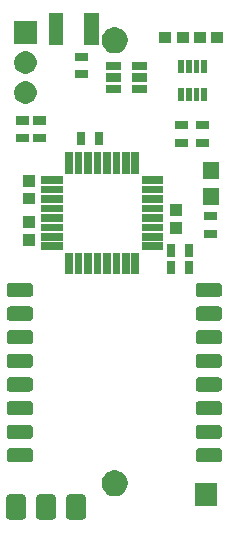
<source format=gbr>
G04 #@! TF.GenerationSoftware,KiCad,Pcbnew,(5.1.5)-3*
G04 #@! TF.CreationDate,2020-01-09T06:37:15+01:00*
G04 #@! TF.ProjectId,LoraTrigger,4c6f7261-5472-4696-9767-65722e6b6963,rev?*
G04 #@! TF.SameCoordinates,Original*
G04 #@! TF.FileFunction,Soldermask,Top*
G04 #@! TF.FilePolarity,Negative*
%FSLAX46Y46*%
G04 Gerber Fmt 4.6, Leading zero omitted, Abs format (unit mm)*
G04 Created by KiCad (PCBNEW (5.1.5)-3) date 2020-01-09 06:37:15*
%MOMM*%
%LPD*%
G04 APERTURE LIST*
%ADD10C,0.100000*%
G04 APERTURE END LIST*
D10*
G36*
X105717988Y-80459923D02*
G01*
X105792980Y-80482671D01*
X105862093Y-80519614D01*
X105922671Y-80569329D01*
X105972386Y-80629907D01*
X106009329Y-80699020D01*
X106032077Y-80774012D01*
X106040000Y-80854454D01*
X106040000Y-82249546D01*
X106032077Y-82329988D01*
X106009329Y-82404980D01*
X105972386Y-82474093D01*
X105922671Y-82534671D01*
X105862093Y-82584386D01*
X105792980Y-82621329D01*
X105717988Y-82644077D01*
X105637546Y-82652000D01*
X104742454Y-82652000D01*
X104662012Y-82644077D01*
X104587020Y-82621329D01*
X104517907Y-82584386D01*
X104457329Y-82534671D01*
X104407614Y-82474093D01*
X104370671Y-82404980D01*
X104347923Y-82329988D01*
X104340000Y-82249546D01*
X104340000Y-80854454D01*
X104347923Y-80774012D01*
X104370671Y-80699020D01*
X104407614Y-80629907D01*
X104457329Y-80569329D01*
X104517907Y-80519614D01*
X104587020Y-80482671D01*
X104662012Y-80459923D01*
X104742454Y-80452000D01*
X105637546Y-80452000D01*
X105717988Y-80459923D01*
G37*
G36*
X103177988Y-80459923D02*
G01*
X103252980Y-80482671D01*
X103322093Y-80519614D01*
X103382671Y-80569329D01*
X103432386Y-80629907D01*
X103469329Y-80699020D01*
X103492077Y-80774012D01*
X103500000Y-80854454D01*
X103500000Y-82249546D01*
X103492077Y-82329988D01*
X103469329Y-82404980D01*
X103432386Y-82474093D01*
X103382671Y-82534671D01*
X103322093Y-82584386D01*
X103252980Y-82621329D01*
X103177988Y-82644077D01*
X103097546Y-82652000D01*
X102202454Y-82652000D01*
X102122012Y-82644077D01*
X102047020Y-82621329D01*
X101977907Y-82584386D01*
X101917329Y-82534671D01*
X101867614Y-82474093D01*
X101830671Y-82404980D01*
X101807923Y-82329988D01*
X101800000Y-82249546D01*
X101800000Y-80854454D01*
X101807923Y-80774012D01*
X101830671Y-80699020D01*
X101867614Y-80629907D01*
X101917329Y-80569329D01*
X101977907Y-80519614D01*
X102047020Y-80482671D01*
X102122012Y-80459923D01*
X102202454Y-80452000D01*
X103097546Y-80452000D01*
X103177988Y-80459923D01*
G37*
G36*
X100637988Y-80459923D02*
G01*
X100712980Y-80482671D01*
X100782093Y-80519614D01*
X100842671Y-80569329D01*
X100892386Y-80629907D01*
X100929329Y-80699020D01*
X100952077Y-80774012D01*
X100960000Y-80854454D01*
X100960000Y-82249546D01*
X100952077Y-82329988D01*
X100929329Y-82404980D01*
X100892386Y-82474093D01*
X100842671Y-82534671D01*
X100782093Y-82584386D01*
X100712980Y-82621329D01*
X100637988Y-82644077D01*
X100557546Y-82652000D01*
X99662454Y-82652000D01*
X99582012Y-82644077D01*
X99507020Y-82621329D01*
X99437907Y-82584386D01*
X99377329Y-82534671D01*
X99327614Y-82474093D01*
X99290671Y-82404980D01*
X99267923Y-82329988D01*
X99260000Y-82249546D01*
X99260000Y-80854454D01*
X99267923Y-80774012D01*
X99290671Y-80699020D01*
X99327614Y-80629907D01*
X99377329Y-80569329D01*
X99437907Y-80519614D01*
X99507020Y-80482671D01*
X99582012Y-80459923D01*
X99662454Y-80452000D01*
X100557546Y-80452000D01*
X100637988Y-80459923D01*
G37*
G36*
X117155000Y-81468000D02*
G01*
X115255000Y-81468000D01*
X115255000Y-79568000D01*
X117155000Y-79568000D01*
X117155000Y-81468000D01*
G37*
G36*
X108770856Y-78492272D02*
G01*
X108971044Y-78575192D01*
X108971045Y-78575193D01*
X109151209Y-78695575D01*
X109304425Y-78848791D01*
X109304426Y-78848793D01*
X109424808Y-79028956D01*
X109507728Y-79229144D01*
X109550000Y-79441658D01*
X109550000Y-79658342D01*
X109507728Y-79870856D01*
X109424808Y-80071044D01*
X109424807Y-80071045D01*
X109304425Y-80251209D01*
X109151209Y-80404425D01*
X109080008Y-80452000D01*
X108971044Y-80524808D01*
X108770856Y-80607728D01*
X108558342Y-80650000D01*
X108341658Y-80650000D01*
X108129144Y-80607728D01*
X107928956Y-80524808D01*
X107819992Y-80452000D01*
X107748791Y-80404425D01*
X107595575Y-80251209D01*
X107475193Y-80071045D01*
X107475192Y-80071044D01*
X107392272Y-79870856D01*
X107350000Y-79658342D01*
X107350000Y-79441658D01*
X107392272Y-79229144D01*
X107475192Y-79028956D01*
X107595574Y-78848793D01*
X107595575Y-78848791D01*
X107748791Y-78695575D01*
X107928955Y-78575193D01*
X107928956Y-78575192D01*
X108129144Y-78492272D01*
X108341658Y-78450000D01*
X108558342Y-78450000D01*
X108770856Y-78492272D01*
G37*
G36*
X101304602Y-76605521D02*
G01*
X101356147Y-76621157D01*
X101403645Y-76646545D01*
X101445283Y-76680717D01*
X101479455Y-76722355D01*
X101504843Y-76769853D01*
X101520479Y-76821398D01*
X101526000Y-76877454D01*
X101526000Y-77522546D01*
X101520479Y-77578602D01*
X101504843Y-77630147D01*
X101479455Y-77677645D01*
X101445283Y-77719283D01*
X101403645Y-77753455D01*
X101356147Y-77778843D01*
X101304602Y-77794479D01*
X101248546Y-77800000D01*
X99603454Y-77800000D01*
X99547398Y-77794479D01*
X99495853Y-77778843D01*
X99448355Y-77753455D01*
X99406717Y-77719283D01*
X99372545Y-77677645D01*
X99347157Y-77630147D01*
X99331521Y-77578602D01*
X99326000Y-77522546D01*
X99326000Y-76877454D01*
X99331521Y-76821398D01*
X99347157Y-76769853D01*
X99372545Y-76722355D01*
X99406717Y-76680717D01*
X99448355Y-76646545D01*
X99495853Y-76621157D01*
X99547398Y-76605521D01*
X99603454Y-76600000D01*
X101248546Y-76600000D01*
X101304602Y-76605521D01*
G37*
G36*
X117304602Y-76605521D02*
G01*
X117356147Y-76621157D01*
X117403645Y-76646545D01*
X117445283Y-76680717D01*
X117479455Y-76722355D01*
X117504843Y-76769853D01*
X117520479Y-76821398D01*
X117526000Y-76877454D01*
X117526000Y-77522546D01*
X117520479Y-77578602D01*
X117504843Y-77630147D01*
X117479455Y-77677645D01*
X117445283Y-77719283D01*
X117403645Y-77753455D01*
X117356147Y-77778843D01*
X117304602Y-77794479D01*
X117248546Y-77800000D01*
X115603454Y-77800000D01*
X115547398Y-77794479D01*
X115495853Y-77778843D01*
X115448355Y-77753455D01*
X115406717Y-77719283D01*
X115372545Y-77677645D01*
X115347157Y-77630147D01*
X115331521Y-77578602D01*
X115326000Y-77522546D01*
X115326000Y-76877454D01*
X115331521Y-76821398D01*
X115347157Y-76769853D01*
X115372545Y-76722355D01*
X115406717Y-76680717D01*
X115448355Y-76646545D01*
X115495853Y-76621157D01*
X115547398Y-76605521D01*
X115603454Y-76600000D01*
X117248546Y-76600000D01*
X117304602Y-76605521D01*
G37*
G36*
X101304602Y-74605521D02*
G01*
X101356147Y-74621157D01*
X101403645Y-74646545D01*
X101445283Y-74680717D01*
X101479455Y-74722355D01*
X101504843Y-74769853D01*
X101520479Y-74821398D01*
X101526000Y-74877454D01*
X101526000Y-75522546D01*
X101520479Y-75578602D01*
X101504843Y-75630147D01*
X101479455Y-75677645D01*
X101445283Y-75719283D01*
X101403645Y-75753455D01*
X101356147Y-75778843D01*
X101304602Y-75794479D01*
X101248546Y-75800000D01*
X99603454Y-75800000D01*
X99547398Y-75794479D01*
X99495853Y-75778843D01*
X99448355Y-75753455D01*
X99406717Y-75719283D01*
X99372545Y-75677645D01*
X99347157Y-75630147D01*
X99331521Y-75578602D01*
X99326000Y-75522546D01*
X99326000Y-74877454D01*
X99331521Y-74821398D01*
X99347157Y-74769853D01*
X99372545Y-74722355D01*
X99406717Y-74680717D01*
X99448355Y-74646545D01*
X99495853Y-74621157D01*
X99547398Y-74605521D01*
X99603454Y-74600000D01*
X101248546Y-74600000D01*
X101304602Y-74605521D01*
G37*
G36*
X117304602Y-74605521D02*
G01*
X117356147Y-74621157D01*
X117403645Y-74646545D01*
X117445283Y-74680717D01*
X117479455Y-74722355D01*
X117504843Y-74769853D01*
X117520479Y-74821398D01*
X117526000Y-74877454D01*
X117526000Y-75522546D01*
X117520479Y-75578602D01*
X117504843Y-75630147D01*
X117479455Y-75677645D01*
X117445283Y-75719283D01*
X117403645Y-75753455D01*
X117356147Y-75778843D01*
X117304602Y-75794479D01*
X117248546Y-75800000D01*
X115603454Y-75800000D01*
X115547398Y-75794479D01*
X115495853Y-75778843D01*
X115448355Y-75753455D01*
X115406717Y-75719283D01*
X115372545Y-75677645D01*
X115347157Y-75630147D01*
X115331521Y-75578602D01*
X115326000Y-75522546D01*
X115326000Y-74877454D01*
X115331521Y-74821398D01*
X115347157Y-74769853D01*
X115372545Y-74722355D01*
X115406717Y-74680717D01*
X115448355Y-74646545D01*
X115495853Y-74621157D01*
X115547398Y-74605521D01*
X115603454Y-74600000D01*
X117248546Y-74600000D01*
X117304602Y-74605521D01*
G37*
G36*
X101304602Y-72605521D02*
G01*
X101356147Y-72621157D01*
X101403645Y-72646545D01*
X101445283Y-72680717D01*
X101479455Y-72722355D01*
X101504843Y-72769853D01*
X101520479Y-72821398D01*
X101526000Y-72877454D01*
X101526000Y-73522546D01*
X101520479Y-73578602D01*
X101504843Y-73630147D01*
X101479455Y-73677645D01*
X101445283Y-73719283D01*
X101403645Y-73753455D01*
X101356147Y-73778843D01*
X101304602Y-73794479D01*
X101248546Y-73800000D01*
X99603454Y-73800000D01*
X99547398Y-73794479D01*
X99495853Y-73778843D01*
X99448355Y-73753455D01*
X99406717Y-73719283D01*
X99372545Y-73677645D01*
X99347157Y-73630147D01*
X99331521Y-73578602D01*
X99326000Y-73522546D01*
X99326000Y-72877454D01*
X99331521Y-72821398D01*
X99347157Y-72769853D01*
X99372545Y-72722355D01*
X99406717Y-72680717D01*
X99448355Y-72646545D01*
X99495853Y-72621157D01*
X99547398Y-72605521D01*
X99603454Y-72600000D01*
X101248546Y-72600000D01*
X101304602Y-72605521D01*
G37*
G36*
X117304602Y-72605521D02*
G01*
X117356147Y-72621157D01*
X117403645Y-72646545D01*
X117445283Y-72680717D01*
X117479455Y-72722355D01*
X117504843Y-72769853D01*
X117520479Y-72821398D01*
X117526000Y-72877454D01*
X117526000Y-73522546D01*
X117520479Y-73578602D01*
X117504843Y-73630147D01*
X117479455Y-73677645D01*
X117445283Y-73719283D01*
X117403645Y-73753455D01*
X117356147Y-73778843D01*
X117304602Y-73794479D01*
X117248546Y-73800000D01*
X115603454Y-73800000D01*
X115547398Y-73794479D01*
X115495853Y-73778843D01*
X115448355Y-73753455D01*
X115406717Y-73719283D01*
X115372545Y-73677645D01*
X115347157Y-73630147D01*
X115331521Y-73578602D01*
X115326000Y-73522546D01*
X115326000Y-72877454D01*
X115331521Y-72821398D01*
X115347157Y-72769853D01*
X115372545Y-72722355D01*
X115406717Y-72680717D01*
X115448355Y-72646545D01*
X115495853Y-72621157D01*
X115547398Y-72605521D01*
X115603454Y-72600000D01*
X117248546Y-72600000D01*
X117304602Y-72605521D01*
G37*
G36*
X101304602Y-70605521D02*
G01*
X101356147Y-70621157D01*
X101403645Y-70646545D01*
X101445283Y-70680717D01*
X101479455Y-70722355D01*
X101504843Y-70769853D01*
X101520479Y-70821398D01*
X101526000Y-70877454D01*
X101526000Y-71522546D01*
X101520479Y-71578602D01*
X101504843Y-71630147D01*
X101479455Y-71677645D01*
X101445283Y-71719283D01*
X101403645Y-71753455D01*
X101356147Y-71778843D01*
X101304602Y-71794479D01*
X101248546Y-71800000D01*
X99603454Y-71800000D01*
X99547398Y-71794479D01*
X99495853Y-71778843D01*
X99448355Y-71753455D01*
X99406717Y-71719283D01*
X99372545Y-71677645D01*
X99347157Y-71630147D01*
X99331521Y-71578602D01*
X99326000Y-71522546D01*
X99326000Y-70877454D01*
X99331521Y-70821398D01*
X99347157Y-70769853D01*
X99372545Y-70722355D01*
X99406717Y-70680717D01*
X99448355Y-70646545D01*
X99495853Y-70621157D01*
X99547398Y-70605521D01*
X99603454Y-70600000D01*
X101248546Y-70600000D01*
X101304602Y-70605521D01*
G37*
G36*
X117304602Y-70605521D02*
G01*
X117356147Y-70621157D01*
X117403645Y-70646545D01*
X117445283Y-70680717D01*
X117479455Y-70722355D01*
X117504843Y-70769853D01*
X117520479Y-70821398D01*
X117526000Y-70877454D01*
X117526000Y-71522546D01*
X117520479Y-71578602D01*
X117504843Y-71630147D01*
X117479455Y-71677645D01*
X117445283Y-71719283D01*
X117403645Y-71753455D01*
X117356147Y-71778843D01*
X117304602Y-71794479D01*
X117248546Y-71800000D01*
X115603454Y-71800000D01*
X115547398Y-71794479D01*
X115495853Y-71778843D01*
X115448355Y-71753455D01*
X115406717Y-71719283D01*
X115372545Y-71677645D01*
X115347157Y-71630147D01*
X115331521Y-71578602D01*
X115326000Y-71522546D01*
X115326000Y-70877454D01*
X115331521Y-70821398D01*
X115347157Y-70769853D01*
X115372545Y-70722355D01*
X115406717Y-70680717D01*
X115448355Y-70646545D01*
X115495853Y-70621157D01*
X115547398Y-70605521D01*
X115603454Y-70600000D01*
X117248546Y-70600000D01*
X117304602Y-70605521D01*
G37*
G36*
X101304602Y-68605521D02*
G01*
X101356147Y-68621157D01*
X101403645Y-68646545D01*
X101445283Y-68680717D01*
X101479455Y-68722355D01*
X101504843Y-68769853D01*
X101520479Y-68821398D01*
X101526000Y-68877454D01*
X101526000Y-69522546D01*
X101520479Y-69578602D01*
X101504843Y-69630147D01*
X101479455Y-69677645D01*
X101445283Y-69719283D01*
X101403645Y-69753455D01*
X101356147Y-69778843D01*
X101304602Y-69794479D01*
X101248546Y-69800000D01*
X99603454Y-69800000D01*
X99547398Y-69794479D01*
X99495853Y-69778843D01*
X99448355Y-69753455D01*
X99406717Y-69719283D01*
X99372545Y-69677645D01*
X99347157Y-69630147D01*
X99331521Y-69578602D01*
X99326000Y-69522546D01*
X99326000Y-68877454D01*
X99331521Y-68821398D01*
X99347157Y-68769853D01*
X99372545Y-68722355D01*
X99406717Y-68680717D01*
X99448355Y-68646545D01*
X99495853Y-68621157D01*
X99547398Y-68605521D01*
X99603454Y-68600000D01*
X101248546Y-68600000D01*
X101304602Y-68605521D01*
G37*
G36*
X117304602Y-68605521D02*
G01*
X117356147Y-68621157D01*
X117403645Y-68646545D01*
X117445283Y-68680717D01*
X117479455Y-68722355D01*
X117504843Y-68769853D01*
X117520479Y-68821398D01*
X117526000Y-68877454D01*
X117526000Y-69522546D01*
X117520479Y-69578602D01*
X117504843Y-69630147D01*
X117479455Y-69677645D01*
X117445283Y-69719283D01*
X117403645Y-69753455D01*
X117356147Y-69778843D01*
X117304602Y-69794479D01*
X117248546Y-69800000D01*
X115603454Y-69800000D01*
X115547398Y-69794479D01*
X115495853Y-69778843D01*
X115448355Y-69753455D01*
X115406717Y-69719283D01*
X115372545Y-69677645D01*
X115347157Y-69630147D01*
X115331521Y-69578602D01*
X115326000Y-69522546D01*
X115326000Y-68877454D01*
X115331521Y-68821398D01*
X115347157Y-68769853D01*
X115372545Y-68722355D01*
X115406717Y-68680717D01*
X115448355Y-68646545D01*
X115495853Y-68621157D01*
X115547398Y-68605521D01*
X115603454Y-68600000D01*
X117248546Y-68600000D01*
X117304602Y-68605521D01*
G37*
G36*
X117304602Y-66605521D02*
G01*
X117356147Y-66621157D01*
X117403645Y-66646545D01*
X117445283Y-66680717D01*
X117479455Y-66722355D01*
X117504843Y-66769853D01*
X117520479Y-66821398D01*
X117526000Y-66877454D01*
X117526000Y-67522546D01*
X117520479Y-67578602D01*
X117504843Y-67630147D01*
X117479455Y-67677645D01*
X117445283Y-67719283D01*
X117403645Y-67753455D01*
X117356147Y-67778843D01*
X117304602Y-67794479D01*
X117248546Y-67800000D01*
X115603454Y-67800000D01*
X115547398Y-67794479D01*
X115495853Y-67778843D01*
X115448355Y-67753455D01*
X115406717Y-67719283D01*
X115372545Y-67677645D01*
X115347157Y-67630147D01*
X115331521Y-67578602D01*
X115326000Y-67522546D01*
X115326000Y-66877454D01*
X115331521Y-66821398D01*
X115347157Y-66769853D01*
X115372545Y-66722355D01*
X115406717Y-66680717D01*
X115448355Y-66646545D01*
X115495853Y-66621157D01*
X115547398Y-66605521D01*
X115603454Y-66600000D01*
X117248546Y-66600000D01*
X117304602Y-66605521D01*
G37*
G36*
X101304602Y-66605521D02*
G01*
X101356147Y-66621157D01*
X101403645Y-66646545D01*
X101445283Y-66680717D01*
X101479455Y-66722355D01*
X101504843Y-66769853D01*
X101520479Y-66821398D01*
X101526000Y-66877454D01*
X101526000Y-67522546D01*
X101520479Y-67578602D01*
X101504843Y-67630147D01*
X101479455Y-67677645D01*
X101445283Y-67719283D01*
X101403645Y-67753455D01*
X101356147Y-67778843D01*
X101304602Y-67794479D01*
X101248546Y-67800000D01*
X99603454Y-67800000D01*
X99547398Y-67794479D01*
X99495853Y-67778843D01*
X99448355Y-67753455D01*
X99406717Y-67719283D01*
X99372545Y-67677645D01*
X99347157Y-67630147D01*
X99331521Y-67578602D01*
X99326000Y-67522546D01*
X99326000Y-66877454D01*
X99331521Y-66821398D01*
X99347157Y-66769853D01*
X99372545Y-66722355D01*
X99406717Y-66680717D01*
X99448355Y-66646545D01*
X99495853Y-66621157D01*
X99547398Y-66605521D01*
X99603454Y-66600000D01*
X101248546Y-66600000D01*
X101304602Y-66605521D01*
G37*
G36*
X101304602Y-64605521D02*
G01*
X101356147Y-64621157D01*
X101403645Y-64646545D01*
X101445283Y-64680717D01*
X101479455Y-64722355D01*
X101504843Y-64769853D01*
X101520479Y-64821398D01*
X101526000Y-64877454D01*
X101526000Y-65522546D01*
X101520479Y-65578602D01*
X101504843Y-65630147D01*
X101479455Y-65677645D01*
X101445283Y-65719283D01*
X101403645Y-65753455D01*
X101356147Y-65778843D01*
X101304602Y-65794479D01*
X101248546Y-65800000D01*
X99603454Y-65800000D01*
X99547398Y-65794479D01*
X99495853Y-65778843D01*
X99448355Y-65753455D01*
X99406717Y-65719283D01*
X99372545Y-65677645D01*
X99347157Y-65630147D01*
X99331521Y-65578602D01*
X99326000Y-65522546D01*
X99326000Y-64877454D01*
X99331521Y-64821398D01*
X99347157Y-64769853D01*
X99372545Y-64722355D01*
X99406717Y-64680717D01*
X99448355Y-64646545D01*
X99495853Y-64621157D01*
X99547398Y-64605521D01*
X99603454Y-64600000D01*
X101248546Y-64600000D01*
X101304602Y-64605521D01*
G37*
G36*
X117304602Y-64605521D02*
G01*
X117356147Y-64621157D01*
X117403645Y-64646545D01*
X117445283Y-64680717D01*
X117479455Y-64722355D01*
X117504843Y-64769853D01*
X117520479Y-64821398D01*
X117526000Y-64877454D01*
X117526000Y-65522546D01*
X117520479Y-65578602D01*
X117504843Y-65630147D01*
X117479455Y-65677645D01*
X117445283Y-65719283D01*
X117403645Y-65753455D01*
X117356147Y-65778843D01*
X117304602Y-65794479D01*
X117248546Y-65800000D01*
X115603454Y-65800000D01*
X115547398Y-65794479D01*
X115495853Y-65778843D01*
X115448355Y-65753455D01*
X115406717Y-65719283D01*
X115372545Y-65677645D01*
X115347157Y-65630147D01*
X115331521Y-65578602D01*
X115326000Y-65522546D01*
X115326000Y-64877454D01*
X115331521Y-64821398D01*
X115347157Y-64769853D01*
X115372545Y-64722355D01*
X115406717Y-64680717D01*
X115448355Y-64646545D01*
X115495853Y-64621157D01*
X115547398Y-64605521D01*
X115603454Y-64600000D01*
X117248546Y-64600000D01*
X117304602Y-64605521D01*
G37*
G36*
X101304602Y-62605521D02*
G01*
X101356147Y-62621157D01*
X101403645Y-62646545D01*
X101445283Y-62680717D01*
X101479455Y-62722355D01*
X101504843Y-62769853D01*
X101520479Y-62821398D01*
X101526000Y-62877454D01*
X101526000Y-63522546D01*
X101520479Y-63578602D01*
X101504843Y-63630147D01*
X101479455Y-63677645D01*
X101445283Y-63719283D01*
X101403645Y-63753455D01*
X101356147Y-63778843D01*
X101304602Y-63794479D01*
X101248546Y-63800000D01*
X99603454Y-63800000D01*
X99547398Y-63794479D01*
X99495853Y-63778843D01*
X99448355Y-63753455D01*
X99406717Y-63719283D01*
X99372545Y-63677645D01*
X99347157Y-63630147D01*
X99331521Y-63578602D01*
X99326000Y-63522546D01*
X99326000Y-62877454D01*
X99331521Y-62821398D01*
X99347157Y-62769853D01*
X99372545Y-62722355D01*
X99406717Y-62680717D01*
X99448355Y-62646545D01*
X99495853Y-62621157D01*
X99547398Y-62605521D01*
X99603454Y-62600000D01*
X101248546Y-62600000D01*
X101304602Y-62605521D01*
G37*
G36*
X117304602Y-62605521D02*
G01*
X117356147Y-62621157D01*
X117403645Y-62646545D01*
X117445283Y-62680717D01*
X117479455Y-62722355D01*
X117504843Y-62769853D01*
X117520479Y-62821398D01*
X117526000Y-62877454D01*
X117526000Y-63522546D01*
X117520479Y-63578602D01*
X117504843Y-63630147D01*
X117479455Y-63677645D01*
X117445283Y-63719283D01*
X117403645Y-63753455D01*
X117356147Y-63778843D01*
X117304602Y-63794479D01*
X117248546Y-63800000D01*
X115603454Y-63800000D01*
X115547398Y-63794479D01*
X115495853Y-63778843D01*
X115448355Y-63753455D01*
X115406717Y-63719283D01*
X115372545Y-63677645D01*
X115347157Y-63630147D01*
X115331521Y-63578602D01*
X115326000Y-63522546D01*
X115326000Y-62877454D01*
X115331521Y-62821398D01*
X115347157Y-62769853D01*
X115372545Y-62722355D01*
X115406717Y-62680717D01*
X115448355Y-62646545D01*
X115495853Y-62621157D01*
X115547398Y-62605521D01*
X115603454Y-62600000D01*
X117248546Y-62600000D01*
X117304602Y-62605521D01*
G37*
G36*
X105725000Y-61850000D02*
G01*
X105075000Y-61850000D01*
X105075000Y-60050000D01*
X105725000Y-60050000D01*
X105725000Y-61850000D01*
G37*
G36*
X115100000Y-61850000D02*
G01*
X114400000Y-61850000D01*
X114400000Y-60750000D01*
X115100000Y-60750000D01*
X115100000Y-61850000D01*
G37*
G36*
X113600000Y-61850000D02*
G01*
X112900000Y-61850000D01*
X112900000Y-60750000D01*
X113600000Y-60750000D01*
X113600000Y-61850000D01*
G37*
G36*
X104925000Y-61850000D02*
G01*
X104275000Y-61850000D01*
X104275000Y-60050000D01*
X104925000Y-60050000D01*
X104925000Y-61850000D01*
G37*
G36*
X106525000Y-61850000D02*
G01*
X105875000Y-61850000D01*
X105875000Y-60050000D01*
X106525000Y-60050000D01*
X106525000Y-61850000D01*
G37*
G36*
X108125000Y-61850000D02*
G01*
X107475000Y-61850000D01*
X107475000Y-60050000D01*
X108125000Y-60050000D01*
X108125000Y-61850000D01*
G37*
G36*
X108925000Y-61850000D02*
G01*
X108275000Y-61850000D01*
X108275000Y-60050000D01*
X108925000Y-60050000D01*
X108925000Y-61850000D01*
G37*
G36*
X110525000Y-61850000D02*
G01*
X109875000Y-61850000D01*
X109875000Y-60050000D01*
X110525000Y-60050000D01*
X110525000Y-61850000D01*
G37*
G36*
X109725000Y-61850000D02*
G01*
X109075000Y-61850000D01*
X109075000Y-60050000D01*
X109725000Y-60050000D01*
X109725000Y-61850000D01*
G37*
G36*
X107325000Y-61850000D02*
G01*
X106675000Y-61850000D01*
X106675000Y-60050000D01*
X107325000Y-60050000D01*
X107325000Y-61850000D01*
G37*
G36*
X115100000Y-60400000D02*
G01*
X114400000Y-60400000D01*
X114400000Y-59300000D01*
X115100000Y-59300000D01*
X115100000Y-60400000D01*
G37*
G36*
X113600000Y-60400000D02*
G01*
X112900000Y-60400000D01*
X112900000Y-59300000D01*
X113600000Y-59300000D01*
X113600000Y-60400000D01*
G37*
G36*
X104050000Y-59825000D02*
G01*
X102250000Y-59825000D01*
X102250000Y-59175000D01*
X104050000Y-59175000D01*
X104050000Y-59825000D01*
G37*
G36*
X112550000Y-59825000D02*
G01*
X110750000Y-59825000D01*
X110750000Y-59175000D01*
X112550000Y-59175000D01*
X112550000Y-59825000D01*
G37*
G36*
X101675000Y-59450000D02*
G01*
X100725000Y-59450000D01*
X100725000Y-58450000D01*
X101675000Y-58450000D01*
X101675000Y-59450000D01*
G37*
G36*
X104050000Y-59025000D02*
G01*
X102250000Y-59025000D01*
X102250000Y-58375000D01*
X104050000Y-58375000D01*
X104050000Y-59025000D01*
G37*
G36*
X112550000Y-59025000D02*
G01*
X110750000Y-59025000D01*
X110750000Y-58375000D01*
X112550000Y-58375000D01*
X112550000Y-59025000D01*
G37*
G36*
X117150000Y-58800000D02*
G01*
X116050000Y-58800000D01*
X116050000Y-58100000D01*
X117150000Y-58100000D01*
X117150000Y-58800000D01*
G37*
G36*
X114125000Y-58450000D02*
G01*
X113175000Y-58450000D01*
X113175000Y-57450000D01*
X114125000Y-57450000D01*
X114125000Y-58450000D01*
G37*
G36*
X112550000Y-58225000D02*
G01*
X110750000Y-58225000D01*
X110750000Y-57575000D01*
X112550000Y-57575000D01*
X112550000Y-58225000D01*
G37*
G36*
X104050000Y-58225000D02*
G01*
X102250000Y-58225000D01*
X102250000Y-57575000D01*
X104050000Y-57575000D01*
X104050000Y-58225000D01*
G37*
G36*
X101675000Y-57950000D02*
G01*
X100725000Y-57950000D01*
X100725000Y-56950000D01*
X101675000Y-56950000D01*
X101675000Y-57950000D01*
G37*
G36*
X112550000Y-57425000D02*
G01*
X110750000Y-57425000D01*
X110750000Y-56775000D01*
X112550000Y-56775000D01*
X112550000Y-57425000D01*
G37*
G36*
X104050000Y-57425000D02*
G01*
X102250000Y-57425000D01*
X102250000Y-56775000D01*
X104050000Y-56775000D01*
X104050000Y-57425000D01*
G37*
G36*
X117150000Y-57300000D02*
G01*
X116050000Y-57300000D01*
X116050000Y-56600000D01*
X117150000Y-56600000D01*
X117150000Y-57300000D01*
G37*
G36*
X114125000Y-56950000D02*
G01*
X113175000Y-56950000D01*
X113175000Y-55950000D01*
X114125000Y-55950000D01*
X114125000Y-56950000D01*
G37*
G36*
X112550000Y-56625000D02*
G01*
X110750000Y-56625000D01*
X110750000Y-55975000D01*
X112550000Y-55975000D01*
X112550000Y-56625000D01*
G37*
G36*
X104050000Y-56625000D02*
G01*
X102250000Y-56625000D01*
X102250000Y-55975000D01*
X104050000Y-55975000D01*
X104050000Y-56625000D01*
G37*
G36*
X117300000Y-56000000D02*
G01*
X115900000Y-56000000D01*
X115900000Y-54600000D01*
X117300000Y-54600000D01*
X117300000Y-56000000D01*
G37*
G36*
X101675000Y-55950000D02*
G01*
X100725000Y-55950000D01*
X100725000Y-54950000D01*
X101675000Y-54950000D01*
X101675000Y-55950000D01*
G37*
G36*
X104050000Y-55825000D02*
G01*
X102250000Y-55825000D01*
X102250000Y-55175000D01*
X104050000Y-55175000D01*
X104050000Y-55825000D01*
G37*
G36*
X112550000Y-55825000D02*
G01*
X110750000Y-55825000D01*
X110750000Y-55175000D01*
X112550000Y-55175000D01*
X112550000Y-55825000D01*
G37*
G36*
X112550000Y-55025000D02*
G01*
X110750000Y-55025000D01*
X110750000Y-54375000D01*
X112550000Y-54375000D01*
X112550000Y-55025000D01*
G37*
G36*
X104050000Y-55025000D02*
G01*
X102250000Y-55025000D01*
X102250000Y-54375000D01*
X104050000Y-54375000D01*
X104050000Y-55025000D01*
G37*
G36*
X101675000Y-54450000D02*
G01*
X100725000Y-54450000D01*
X100725000Y-53450000D01*
X101675000Y-53450000D01*
X101675000Y-54450000D01*
G37*
G36*
X104050000Y-54225000D02*
G01*
X102250000Y-54225000D01*
X102250000Y-53575000D01*
X104050000Y-53575000D01*
X104050000Y-54225000D01*
G37*
G36*
X112550000Y-54225000D02*
G01*
X110750000Y-54225000D01*
X110750000Y-53575000D01*
X112550000Y-53575000D01*
X112550000Y-54225000D01*
G37*
G36*
X117300000Y-53800000D02*
G01*
X115900000Y-53800000D01*
X115900000Y-52400000D01*
X117300000Y-52400000D01*
X117300000Y-53800000D01*
G37*
G36*
X108925000Y-53350000D02*
G01*
X108275000Y-53350000D01*
X108275000Y-51550000D01*
X108925000Y-51550000D01*
X108925000Y-53350000D01*
G37*
G36*
X108125000Y-53350000D02*
G01*
X107475000Y-53350000D01*
X107475000Y-51550000D01*
X108125000Y-51550000D01*
X108125000Y-53350000D01*
G37*
G36*
X107325000Y-53350000D02*
G01*
X106675000Y-53350000D01*
X106675000Y-51550000D01*
X107325000Y-51550000D01*
X107325000Y-53350000D01*
G37*
G36*
X106525000Y-53350000D02*
G01*
X105875000Y-53350000D01*
X105875000Y-51550000D01*
X106525000Y-51550000D01*
X106525000Y-53350000D01*
G37*
G36*
X105725000Y-53350000D02*
G01*
X105075000Y-53350000D01*
X105075000Y-51550000D01*
X105725000Y-51550000D01*
X105725000Y-53350000D01*
G37*
G36*
X110525000Y-53350000D02*
G01*
X109875000Y-53350000D01*
X109875000Y-51550000D01*
X110525000Y-51550000D01*
X110525000Y-53350000D01*
G37*
G36*
X109725000Y-53350000D02*
G01*
X109075000Y-53350000D01*
X109075000Y-51550000D01*
X109725000Y-51550000D01*
X109725000Y-53350000D01*
G37*
G36*
X104925000Y-53350000D02*
G01*
X104275000Y-53350000D01*
X104275000Y-51550000D01*
X104925000Y-51550000D01*
X104925000Y-53350000D01*
G37*
G36*
X114650000Y-51100000D02*
G01*
X113550000Y-51100000D01*
X113550000Y-50400000D01*
X114650000Y-50400000D01*
X114650000Y-51100000D01*
G37*
G36*
X116450000Y-51100000D02*
G01*
X115350000Y-51100000D01*
X115350000Y-50400000D01*
X116450000Y-50400000D01*
X116450000Y-51100000D01*
G37*
G36*
X107450000Y-50950000D02*
G01*
X106750000Y-50950000D01*
X106750000Y-49850000D01*
X107450000Y-49850000D01*
X107450000Y-50950000D01*
G37*
G36*
X105950000Y-50950000D02*
G01*
X105250000Y-50950000D01*
X105250000Y-49850000D01*
X105950000Y-49850000D01*
X105950000Y-50950000D01*
G37*
G36*
X102650000Y-50700000D02*
G01*
X101550000Y-50700000D01*
X101550000Y-50000000D01*
X102650000Y-50000000D01*
X102650000Y-50700000D01*
G37*
G36*
X101200000Y-50700000D02*
G01*
X100100000Y-50700000D01*
X100100000Y-50000000D01*
X101200000Y-50000000D01*
X101200000Y-50700000D01*
G37*
G36*
X116450000Y-49600000D02*
G01*
X115350000Y-49600000D01*
X115350000Y-48900000D01*
X116450000Y-48900000D01*
X116450000Y-49600000D01*
G37*
G36*
X114650000Y-49600000D02*
G01*
X113550000Y-49600000D01*
X113550000Y-48900000D01*
X114650000Y-48900000D01*
X114650000Y-49600000D01*
G37*
G36*
X101200000Y-49200000D02*
G01*
X100100000Y-49200000D01*
X100100000Y-48500000D01*
X101200000Y-48500000D01*
X101200000Y-49200000D01*
G37*
G36*
X102650000Y-49200000D02*
G01*
X101550000Y-49200000D01*
X101550000Y-48500000D01*
X102650000Y-48500000D01*
X102650000Y-49200000D01*
G37*
G36*
X101177103Y-45566507D02*
G01*
X101177106Y-45566508D01*
X101177105Y-45566508D01*
X101349994Y-45638121D01*
X101505590Y-45742087D01*
X101637913Y-45874410D01*
X101637914Y-45874412D01*
X101741880Y-46030008D01*
X101813493Y-46202897D01*
X101850000Y-46386432D01*
X101850000Y-46573568D01*
X101813493Y-46757103D01*
X101813492Y-46757105D01*
X101741879Y-46929994D01*
X101637913Y-47085590D01*
X101505590Y-47217913D01*
X101349994Y-47321879D01*
X101349993Y-47321880D01*
X101349992Y-47321880D01*
X101177103Y-47393493D01*
X100993568Y-47430000D01*
X100806432Y-47430000D01*
X100622897Y-47393493D01*
X100450008Y-47321880D01*
X100450007Y-47321880D01*
X100450006Y-47321879D01*
X100294410Y-47217913D01*
X100162087Y-47085590D01*
X100058121Y-46929994D01*
X99986508Y-46757105D01*
X99986507Y-46757103D01*
X99950000Y-46573568D01*
X99950000Y-46386432D01*
X99986507Y-46202897D01*
X100058120Y-46030008D01*
X100162086Y-45874412D01*
X100162087Y-45874410D01*
X100294410Y-45742087D01*
X100450006Y-45638121D01*
X100622895Y-45566508D01*
X100622894Y-45566508D01*
X100622897Y-45566507D01*
X100806432Y-45530000D01*
X100993568Y-45530000D01*
X101177103Y-45566507D01*
G37*
G36*
X114337000Y-47241000D02*
G01*
X113837000Y-47241000D01*
X113837000Y-46091000D01*
X114337000Y-46091000D01*
X114337000Y-47241000D01*
G37*
G36*
X114987000Y-47241000D02*
G01*
X114487000Y-47241000D01*
X114487000Y-46091000D01*
X114987000Y-46091000D01*
X114987000Y-47241000D01*
G37*
G36*
X115637000Y-47241000D02*
G01*
X115137000Y-47241000D01*
X115137000Y-46091000D01*
X115637000Y-46091000D01*
X115637000Y-47241000D01*
G37*
G36*
X116287000Y-47241000D02*
G01*
X115787000Y-47241000D01*
X115787000Y-46091000D01*
X116287000Y-46091000D01*
X116287000Y-47241000D01*
G37*
G36*
X109004000Y-46512000D02*
G01*
X107744000Y-46512000D01*
X107744000Y-45812000D01*
X109004000Y-45812000D01*
X109004000Y-46512000D01*
G37*
G36*
X111204000Y-46512000D02*
G01*
X109944000Y-46512000D01*
X109944000Y-45812000D01*
X111204000Y-45812000D01*
X111204000Y-46512000D01*
G37*
G36*
X109004000Y-45562000D02*
G01*
X107744000Y-45562000D01*
X107744000Y-44862000D01*
X109004000Y-44862000D01*
X109004000Y-45562000D01*
G37*
G36*
X111204000Y-45562000D02*
G01*
X109944000Y-45562000D01*
X109944000Y-44862000D01*
X111204000Y-44862000D01*
X111204000Y-45562000D01*
G37*
G36*
X106214000Y-45296000D02*
G01*
X105114000Y-45296000D01*
X105114000Y-44596000D01*
X106214000Y-44596000D01*
X106214000Y-45296000D01*
G37*
G36*
X101177103Y-43026507D02*
G01*
X101349992Y-43098120D01*
X101349994Y-43098121D01*
X101505590Y-43202087D01*
X101637913Y-43334410D01*
X101637914Y-43334412D01*
X101741880Y-43490008D01*
X101813493Y-43662897D01*
X101850000Y-43846432D01*
X101850000Y-44033568D01*
X101813493Y-44217103D01*
X101813492Y-44217105D01*
X101741879Y-44389994D01*
X101637913Y-44545590D01*
X101505590Y-44677913D01*
X101349994Y-44781879D01*
X101349993Y-44781880D01*
X101349992Y-44781880D01*
X101177103Y-44853493D01*
X100993568Y-44890000D01*
X100806432Y-44890000D01*
X100622897Y-44853493D01*
X100450008Y-44781880D01*
X100450007Y-44781880D01*
X100450006Y-44781879D01*
X100294410Y-44677913D01*
X100162087Y-44545590D01*
X100058121Y-44389994D01*
X99986508Y-44217105D01*
X99986507Y-44217103D01*
X99950000Y-44033568D01*
X99950000Y-43846432D01*
X99986507Y-43662897D01*
X100058120Y-43490008D01*
X100162086Y-43334412D01*
X100162087Y-43334410D01*
X100294410Y-43202087D01*
X100450006Y-43098121D01*
X100450008Y-43098120D01*
X100622897Y-43026507D01*
X100806432Y-42990000D01*
X100993568Y-42990000D01*
X101177103Y-43026507D01*
G37*
G36*
X115637000Y-44841000D02*
G01*
X115137000Y-44841000D01*
X115137000Y-43691000D01*
X115637000Y-43691000D01*
X115637000Y-44841000D01*
G37*
G36*
X114987000Y-44841000D02*
G01*
X114487000Y-44841000D01*
X114487000Y-43691000D01*
X114987000Y-43691000D01*
X114987000Y-44841000D01*
G37*
G36*
X116287000Y-44841000D02*
G01*
X115787000Y-44841000D01*
X115787000Y-43691000D01*
X116287000Y-43691000D01*
X116287000Y-44841000D01*
G37*
G36*
X114337000Y-44841000D02*
G01*
X113837000Y-44841000D01*
X113837000Y-43691000D01*
X114337000Y-43691000D01*
X114337000Y-44841000D01*
G37*
G36*
X111204000Y-44612000D02*
G01*
X109944000Y-44612000D01*
X109944000Y-43912000D01*
X111204000Y-43912000D01*
X111204000Y-44612000D01*
G37*
G36*
X109004000Y-44612000D02*
G01*
X107744000Y-44612000D01*
X107744000Y-43912000D01*
X109004000Y-43912000D01*
X109004000Y-44612000D01*
G37*
G36*
X106214000Y-43796000D02*
G01*
X105114000Y-43796000D01*
X105114000Y-43096000D01*
X106214000Y-43096000D01*
X106214000Y-43796000D01*
G37*
G36*
X108770856Y-40992272D02*
G01*
X108971044Y-41075192D01*
X108971045Y-41075193D01*
X109151209Y-41195575D01*
X109304425Y-41348791D01*
X109304426Y-41348793D01*
X109424808Y-41528956D01*
X109507728Y-41729144D01*
X109550000Y-41941658D01*
X109550000Y-42158342D01*
X109507728Y-42370856D01*
X109424808Y-42571044D01*
X109424807Y-42571045D01*
X109304425Y-42751209D01*
X109151209Y-42904425D01*
X109060513Y-42965026D01*
X108971044Y-43024808D01*
X108770856Y-43107728D01*
X108558342Y-43150000D01*
X108341658Y-43150000D01*
X108129144Y-43107728D01*
X107928956Y-43024808D01*
X107839487Y-42965026D01*
X107748791Y-42904425D01*
X107595575Y-42751209D01*
X107475193Y-42571045D01*
X107475192Y-42571044D01*
X107392272Y-42370856D01*
X107350000Y-42158342D01*
X107350000Y-41941658D01*
X107392272Y-41729144D01*
X107475192Y-41528956D01*
X107595574Y-41348793D01*
X107595575Y-41348791D01*
X107748791Y-41195575D01*
X107928955Y-41075193D01*
X107928956Y-41075192D01*
X108129144Y-40992272D01*
X108341658Y-40950000D01*
X108558342Y-40950000D01*
X108770856Y-40992272D01*
G37*
G36*
X104090000Y-42450000D02*
G01*
X102890000Y-42450000D01*
X102890000Y-39750000D01*
X104090000Y-39750000D01*
X104090000Y-42450000D01*
G37*
G36*
X107090000Y-42450000D02*
G01*
X105890000Y-42450000D01*
X105890000Y-39750000D01*
X107090000Y-39750000D01*
X107090000Y-42450000D01*
G37*
G36*
X101850000Y-42350000D02*
G01*
X99950000Y-42350000D01*
X99950000Y-40450000D01*
X101850000Y-40450000D01*
X101850000Y-42350000D01*
G37*
G36*
X114750000Y-42275000D02*
G01*
X113750000Y-42275000D01*
X113750000Y-41325000D01*
X114750000Y-41325000D01*
X114750000Y-42275000D01*
G37*
G36*
X113250000Y-42275000D02*
G01*
X112250000Y-42275000D01*
X112250000Y-41325000D01*
X113250000Y-41325000D01*
X113250000Y-42275000D01*
G37*
G36*
X116150000Y-42275000D02*
G01*
X115150000Y-42275000D01*
X115150000Y-41325000D01*
X116150000Y-41325000D01*
X116150000Y-42275000D01*
G37*
G36*
X117650000Y-42275000D02*
G01*
X116650000Y-42275000D01*
X116650000Y-41325000D01*
X117650000Y-41325000D01*
X117650000Y-42275000D01*
G37*
M02*

</source>
